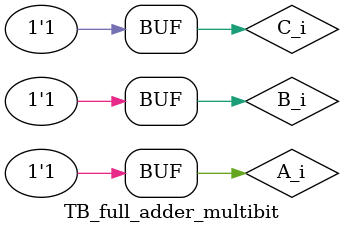
<source format=v>
module TB_full_adder_multibit(
    // TB don't have I/O port
);

    reg             A_i;
    reg             B_i;
    reg             C_i;
    wire    [1:0]   F_o;

    // DUT inst
    full_adder_multibit u_full_adder_multibit(
        .A_i ( A_i ),
        .B_i ( B_i ),
        .C_i ( C_i ),
        .F_o ( F_o )
    );


    // Stimulus
    initial begin
        #0
        A_i = 1'b0;
        B_i = 1'b0;
        C_i = 1'b0;
        
        #5
        A_i = 1'b1;
        B_i = 1'b0;
        C_i = 1'b0;
        
        #5
        A_i = 1'b0;
        B_i = 1'b1;
        C_i = 1'b1;
        
        #5
        A_i = 1'b1;
        B_i = 1'b1;
        C_i = 1'b1;
    end

endmodule
</source>
